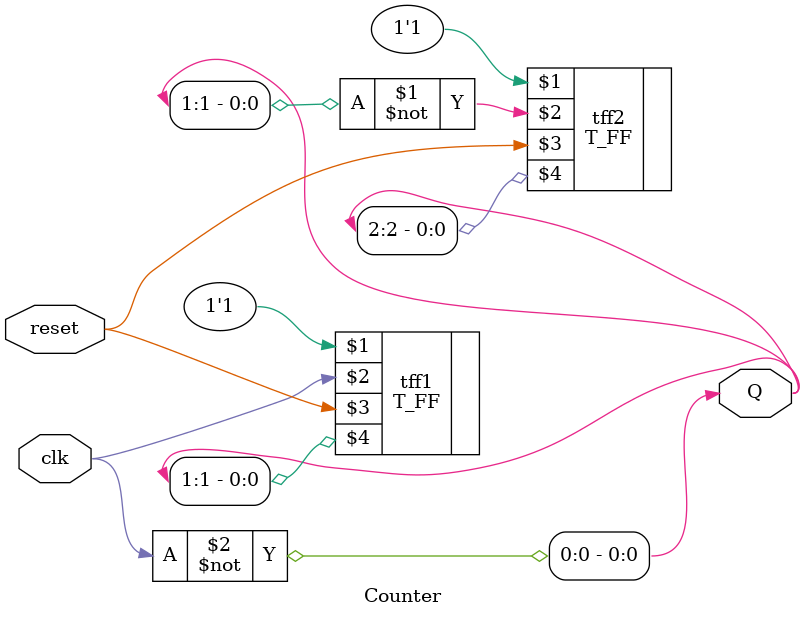
<source format=v>
module Counter( clk, reset, Q);

	input clk, reset;
	output [2:0]Q;

	T_FF tff1(1'b1, clk, reset, Q[1]);
	T_FF tff2(1'b1, ~Q[1], reset, Q[2]);

	not not1( Q[0], clk);
		
endmodule
</source>
